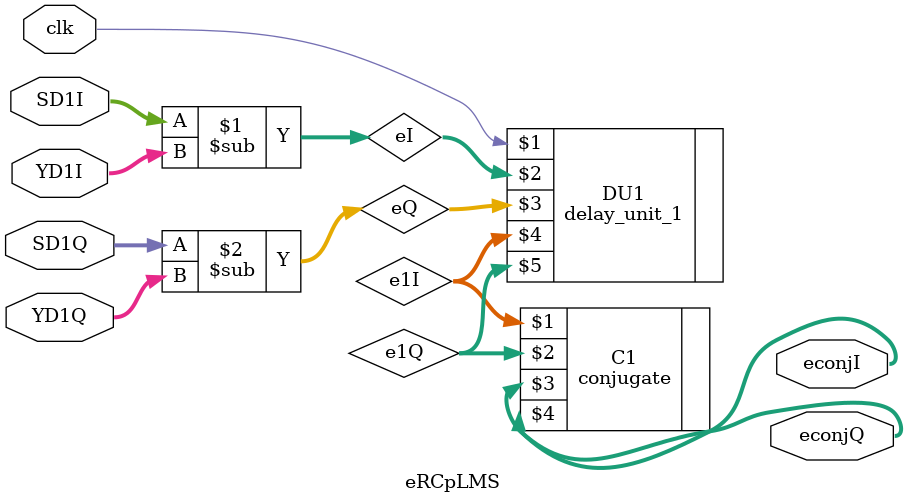
<source format=v>
`timescale 1ns / 1ps


module eRCpLMS(clk, SD1I, SD1Q, YD1I, YD1Q, econjI, econjQ);
    input clk;
    input signed [17:0] SD1I, SD1Q, YD1I, YD1Q;
    output signed [17:0] econjI, econjQ;

    wire [17:0] eI, eQ, e1I, e1Q;
    assign eI = SD1I - YD1I;
    assign eQ = SD1Q - YD1Q;
    
    delay_unit_1 DU1(clk, eI, eQ, e1I, e1Q);
    conjugate C1(e1I, e1Q, econjI, econjQ);  
    
endmodule

</source>
